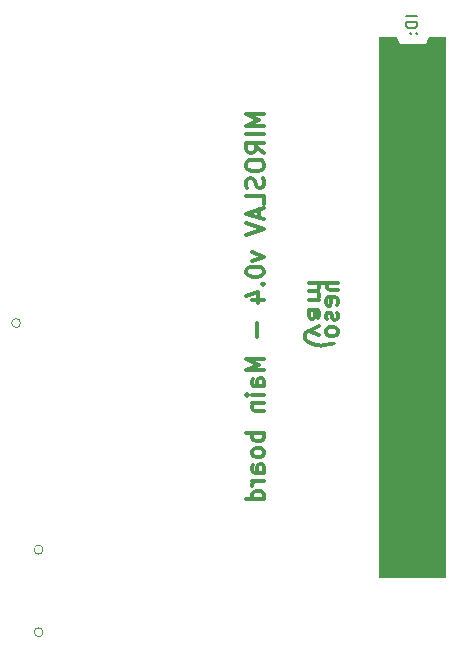
<source format=gbo>
%TF.GenerationSoftware,KiCad,Pcbnew,5.1.10*%
%TF.CreationDate,2021-12-13T09:12:43+01:00*%
%TF.ProjectId,main_board,6d61696e-5f62-46f6-9172-642e6b696361,rev?*%
%TF.SameCoordinates,Original*%
%TF.FileFunction,Legend,Bot*%
%TF.FilePolarity,Positive*%
%FSLAX46Y46*%
G04 Gerber Fmt 4.6, Leading zero omitted, Abs format (unit mm)*
G04 Created by KiCad (PCBNEW 5.1.10) date 2021-12-13 09:12:43*
%MOMM*%
%LPD*%
G01*
G04 APERTURE LIST*
%ADD10C,0.300000*%
%ADD11C,0.150000*%
%ADD12C,0.100000*%
%ADD13C,0.120000*%
%ADD14O,1.700000X1.700000*%
%ADD15R,1.700000X1.700000*%
%ADD16C,1.397000*%
%ADD17O,2.000000X1.200000*%
%ADD18C,1.524000*%
G04 APERTURE END LIST*
D10*
X158037615Y-80265151D02*
X156737615Y-80265151D01*
X158037615Y-80908008D02*
X157356662Y-80908008D01*
X157232853Y-80836580D01*
X157170948Y-80693722D01*
X157170948Y-80479437D01*
X157232853Y-80336580D01*
X157294758Y-80265151D01*
X157970302Y-82151980D02*
X158041731Y-82009122D01*
X158041731Y-81723408D01*
X157970302Y-81580551D01*
X157827445Y-81509122D01*
X157256017Y-81509122D01*
X157113160Y-81580551D01*
X157041731Y-81723408D01*
X157041731Y-82009122D01*
X157113160Y-82151980D01*
X157256017Y-82223408D01*
X157398874Y-82223408D01*
X157541731Y-81509122D01*
X157970302Y-82794837D02*
X158041731Y-82937694D01*
X158041731Y-83223408D01*
X157970302Y-83366265D01*
X157827445Y-83437694D01*
X157756017Y-83437694D01*
X157613160Y-83366265D01*
X157541731Y-83223408D01*
X157541731Y-83009122D01*
X157470302Y-82866265D01*
X157327445Y-82794837D01*
X157256017Y-82794837D01*
X157113160Y-82866265D01*
X157041731Y-83009122D01*
X157041731Y-83223408D01*
X157113160Y-83366265D01*
X158041731Y-84294837D02*
X157970302Y-84151980D01*
X157898874Y-84080551D01*
X157756017Y-84009122D01*
X157327445Y-84009122D01*
X157184588Y-84080551D01*
X157113160Y-84151980D01*
X157041731Y-84294837D01*
X157041731Y-84509122D01*
X157113160Y-84651980D01*
X157184588Y-84723408D01*
X157327445Y-84794837D01*
X157756017Y-84794837D01*
X157898874Y-84723408D01*
X157970302Y-84651980D01*
X158041731Y-84509122D01*
X158041731Y-84294837D01*
X157988000Y-80264000D02*
X155602940Y-80264000D01*
X156475871Y-84717442D02*
X155609204Y-84312680D01*
X156475871Y-83907919D01*
X155609204Y-82531728D02*
X156290157Y-82531728D01*
X156413966Y-82612680D01*
X156475871Y-82774585D01*
X156475871Y-83098395D01*
X156413966Y-83260300D01*
X155671109Y-82531728D02*
X155609204Y-82693633D01*
X155609204Y-83098395D01*
X155671109Y-83260300D01*
X155794919Y-83341252D01*
X155918728Y-83341252D01*
X156042538Y-83260300D01*
X156104442Y-83098395D01*
X156104442Y-82693633D01*
X156166347Y-82531728D01*
X155609204Y-81722204D02*
X156475871Y-81722204D01*
X156352061Y-81722204D02*
X156413966Y-81641252D01*
X156475871Y-81479347D01*
X156475871Y-81236490D01*
X156413966Y-81074585D01*
X156290157Y-80993633D01*
X155609204Y-80993633D01*
X156290157Y-80993633D02*
X156413966Y-80912680D01*
X156475871Y-80750776D01*
X156475871Y-80507919D01*
X156413966Y-80346014D01*
X156290157Y-80265061D01*
X155609204Y-80265061D01*
X155564840Y-85298280D02*
G75*
G03*
X157707123Y-85396668I1172004J2146971D01*
G01*
X155600842Y-84333816D02*
G75*
G03*
X155528232Y-85275955I136718J-484404D01*
G01*
D11*
X164790380Y-57681904D02*
X163790380Y-57681904D01*
X164790380Y-58158095D02*
X163790380Y-58158095D01*
X163790380Y-58396190D01*
X163838000Y-58539047D01*
X163933238Y-58634285D01*
X164028476Y-58681904D01*
X164218952Y-58729523D01*
X164361809Y-58729523D01*
X164552285Y-58681904D01*
X164647523Y-58634285D01*
X164742761Y-58539047D01*
X164790380Y-58396190D01*
X164790380Y-58158095D01*
X164695142Y-59158095D02*
X164742761Y-59205714D01*
X164790380Y-59158095D01*
X164742761Y-59110476D01*
X164695142Y-59158095D01*
X164790380Y-59158095D01*
X164171333Y-59158095D02*
X164218952Y-59205714D01*
X164266571Y-59158095D01*
X164218952Y-59110476D01*
X164171333Y-59158095D01*
X164266571Y-59158095D01*
D12*
G36*
X163195000Y-60073720D02*
G01*
X165481000Y-60073720D01*
X165735000Y-59438720D01*
X167132000Y-59438720D01*
X167132000Y-105158720D01*
X161544000Y-105158720D01*
X161544000Y-59438720D01*
X162941000Y-59438720D01*
X163195000Y-60073720D01*
G37*
X163195000Y-60073720D02*
X165481000Y-60073720D01*
X165735000Y-59438720D01*
X167132000Y-59438720D01*
X167132000Y-105158720D01*
X161544000Y-105158720D01*
X161544000Y-59438720D01*
X162941000Y-59438720D01*
X163195000Y-60073720D01*
D10*
X151808571Y-65974571D02*
X150308571Y-65974571D01*
X151380000Y-66474571D01*
X150308571Y-66974571D01*
X151808571Y-66974571D01*
X151808571Y-67688857D02*
X150308571Y-67688857D01*
X151808571Y-69260285D02*
X151094285Y-68760285D01*
X151808571Y-68403142D02*
X150308571Y-68403142D01*
X150308571Y-68974571D01*
X150380000Y-69117428D01*
X150451428Y-69188857D01*
X150594285Y-69260285D01*
X150808571Y-69260285D01*
X150951428Y-69188857D01*
X151022857Y-69117428D01*
X151094285Y-68974571D01*
X151094285Y-68403142D01*
X150308571Y-70188857D02*
X150308571Y-70474571D01*
X150380000Y-70617428D01*
X150522857Y-70760285D01*
X150808571Y-70831714D01*
X151308571Y-70831714D01*
X151594285Y-70760285D01*
X151737142Y-70617428D01*
X151808571Y-70474571D01*
X151808571Y-70188857D01*
X151737142Y-70046000D01*
X151594285Y-69903142D01*
X151308571Y-69831714D01*
X150808571Y-69831714D01*
X150522857Y-69903142D01*
X150380000Y-70046000D01*
X150308571Y-70188857D01*
X151737142Y-71403142D02*
X151808571Y-71617428D01*
X151808571Y-71974571D01*
X151737142Y-72117428D01*
X151665714Y-72188857D01*
X151522857Y-72260285D01*
X151380000Y-72260285D01*
X151237142Y-72188857D01*
X151165714Y-72117428D01*
X151094285Y-71974571D01*
X151022857Y-71688857D01*
X150951428Y-71546000D01*
X150880000Y-71474571D01*
X150737142Y-71403142D01*
X150594285Y-71403142D01*
X150451428Y-71474571D01*
X150380000Y-71546000D01*
X150308571Y-71688857D01*
X150308571Y-72046000D01*
X150380000Y-72260285D01*
X151808571Y-73617428D02*
X151808571Y-72903142D01*
X150308571Y-72903142D01*
X151380000Y-74046000D02*
X151380000Y-74760285D01*
X151808571Y-73903142D02*
X150308571Y-74403142D01*
X151808571Y-74903142D01*
X150308571Y-75188857D02*
X151808571Y-75688857D01*
X150308571Y-76188857D01*
X150808571Y-77688857D02*
X151808571Y-78046000D01*
X150808571Y-78403142D01*
X150308571Y-79260285D02*
X150308571Y-79403142D01*
X150380000Y-79546000D01*
X150451428Y-79617428D01*
X150594285Y-79688857D01*
X150880000Y-79760285D01*
X151237142Y-79760285D01*
X151522857Y-79688857D01*
X151665714Y-79617428D01*
X151737142Y-79546000D01*
X151808571Y-79403142D01*
X151808571Y-79260285D01*
X151737142Y-79117428D01*
X151665714Y-79046000D01*
X151522857Y-78974571D01*
X151237142Y-78903142D01*
X150880000Y-78903142D01*
X150594285Y-78974571D01*
X150451428Y-79046000D01*
X150380000Y-79117428D01*
X150308571Y-79260285D01*
X151665714Y-80403142D02*
X151737142Y-80474571D01*
X151808571Y-80403142D01*
X151737142Y-80331714D01*
X151665714Y-80403142D01*
X151808571Y-80403142D01*
X150808571Y-81760285D02*
X151808571Y-81760285D01*
X150237142Y-81403142D02*
X151308571Y-81046000D01*
X151308571Y-81974571D01*
X151237142Y-83688857D02*
X151237142Y-84831714D01*
X151808571Y-86688857D02*
X150308571Y-86688857D01*
X151380000Y-87188857D01*
X150308571Y-87688857D01*
X151808571Y-87688857D01*
X151808571Y-89046000D02*
X151022857Y-89046000D01*
X150880000Y-88974571D01*
X150808571Y-88831714D01*
X150808571Y-88546000D01*
X150880000Y-88403142D01*
X151737142Y-89046000D02*
X151808571Y-88903142D01*
X151808571Y-88546000D01*
X151737142Y-88403142D01*
X151594285Y-88331714D01*
X151451428Y-88331714D01*
X151308571Y-88403142D01*
X151237142Y-88546000D01*
X151237142Y-88903142D01*
X151165714Y-89046000D01*
X151808571Y-89760285D02*
X150808571Y-89760285D01*
X150308571Y-89760285D02*
X150380000Y-89688857D01*
X150451428Y-89760285D01*
X150380000Y-89831714D01*
X150308571Y-89760285D01*
X150451428Y-89760285D01*
X150808571Y-90474571D02*
X151808571Y-90474571D01*
X150951428Y-90474571D02*
X150880000Y-90546000D01*
X150808571Y-90688857D01*
X150808571Y-90903142D01*
X150880000Y-91046000D01*
X151022857Y-91117428D01*
X151808571Y-91117428D01*
X151808571Y-92974571D02*
X150308571Y-92974571D01*
X150880000Y-92974571D02*
X150808571Y-93117428D01*
X150808571Y-93403142D01*
X150880000Y-93546000D01*
X150951428Y-93617428D01*
X151094285Y-93688857D01*
X151522857Y-93688857D01*
X151665714Y-93617428D01*
X151737142Y-93546000D01*
X151808571Y-93403142D01*
X151808571Y-93117428D01*
X151737142Y-92974571D01*
X151808571Y-94546000D02*
X151737142Y-94403142D01*
X151665714Y-94331714D01*
X151522857Y-94260285D01*
X151094285Y-94260285D01*
X150951428Y-94331714D01*
X150880000Y-94403142D01*
X150808571Y-94546000D01*
X150808571Y-94760285D01*
X150880000Y-94903142D01*
X150951428Y-94974571D01*
X151094285Y-95046000D01*
X151522857Y-95046000D01*
X151665714Y-94974571D01*
X151737142Y-94903142D01*
X151808571Y-94760285D01*
X151808571Y-94546000D01*
X151808571Y-96331714D02*
X151022857Y-96331714D01*
X150880000Y-96260285D01*
X150808571Y-96117428D01*
X150808571Y-95831714D01*
X150880000Y-95688857D01*
X151737142Y-96331714D02*
X151808571Y-96188857D01*
X151808571Y-95831714D01*
X151737142Y-95688857D01*
X151594285Y-95617428D01*
X151451428Y-95617428D01*
X151308571Y-95688857D01*
X151237142Y-95831714D01*
X151237142Y-96188857D01*
X151165714Y-96331714D01*
X151808571Y-97046000D02*
X150808571Y-97046000D01*
X151094285Y-97046000D02*
X150951428Y-97117428D01*
X150880000Y-97188857D01*
X150808571Y-97331714D01*
X150808571Y-97474571D01*
X151808571Y-98617428D02*
X150308571Y-98617428D01*
X151737142Y-98617428D02*
X151808571Y-98474571D01*
X151808571Y-98188857D01*
X151737142Y-98046000D01*
X151665714Y-97974571D01*
X151522857Y-97903142D01*
X151094285Y-97903142D01*
X150951428Y-97974571D01*
X150880000Y-98046000D01*
X150808571Y-98188857D01*
X150808571Y-98474571D01*
X150880000Y-98617428D01*
D13*
X133096000Y-102870000D02*
G75*
G03*
X133096000Y-102870000I-381000J0D01*
G01*
X133096000Y-109855000D02*
G75*
G03*
X133096000Y-109855000I-381000J0D01*
G01*
X131191000Y-83674999D02*
G75*
G03*
X131191000Y-83674999I-381000J0D01*
G01*
%LPC*%
D14*
X159385000Y-111125000D03*
X161925000Y-111125000D03*
X164465000Y-111125000D03*
X167005000Y-111125000D03*
D15*
X169545000Y-111125000D03*
D16*
X133350001Y-59690000D03*
X131349999Y-59690000D03*
X134620000Y-74199998D03*
X134620000Y-76200000D03*
X134620000Y-67214998D03*
X134620000Y-69215000D03*
X140208001Y-59690000D03*
X138207999Y-59690000D03*
G36*
G01*
X169483680Y-56552720D02*
X170883680Y-56552720D01*
G75*
G02*
X171183680Y-56852720I0J-300000D01*
G01*
X171183680Y-57452720D01*
G75*
G02*
X170883680Y-57752720I-300000J0D01*
G01*
X169483680Y-57752720D01*
G75*
G02*
X169183680Y-57452720I0J300000D01*
G01*
X169183680Y-56852720D01*
G75*
G02*
X169483680Y-56552720I300000J0D01*
G01*
G37*
D17*
X170183680Y-59692720D03*
X170183680Y-62232720D03*
X170183680Y-64772720D03*
X170183680Y-67312720D03*
X170183680Y-69852720D03*
X170183680Y-72392720D03*
X170183680Y-74932720D03*
X170183680Y-77472720D03*
X170183680Y-80012720D03*
X170183680Y-82552720D03*
X170183680Y-85092720D03*
X170183680Y-87632720D03*
X170183680Y-90172720D03*
X170183680Y-92712720D03*
X170183680Y-95252720D03*
X170183680Y-97792720D03*
X170183680Y-100332720D03*
X170183680Y-102872720D03*
X170183680Y-105412720D03*
X170183680Y-107952720D03*
G36*
G01*
X144083680Y-107352720D02*
X145483680Y-107352720D01*
G75*
G02*
X145783680Y-107652720I0J-300000D01*
G01*
X145783680Y-108252720D01*
G75*
G02*
X145483680Y-108552720I-300000J0D01*
G01*
X144083680Y-108552720D01*
G75*
G02*
X143783680Y-108252720I0J300000D01*
G01*
X143783680Y-107652720D01*
G75*
G02*
X144083680Y-107352720I300000J0D01*
G01*
G37*
X144783680Y-105412720D03*
X144783680Y-102872720D03*
X144783680Y-100332720D03*
X144783680Y-97792720D03*
X144783680Y-95252720D03*
X144783680Y-92712720D03*
X144783680Y-90172720D03*
X144783680Y-87632720D03*
X144783680Y-85092720D03*
X144783680Y-82552720D03*
X144783680Y-80012720D03*
X144783680Y-77472720D03*
X144783680Y-74932720D03*
X144783680Y-72392720D03*
X144783680Y-69852720D03*
X144783680Y-67312720D03*
X144783680Y-64772720D03*
X144783680Y-62232720D03*
X144783680Y-59692720D03*
X144783680Y-57152720D03*
D18*
X132715000Y-100965000D03*
X134765001Y-100965000D03*
X136814999Y-100965000D03*
X138865000Y-100965000D03*
X132715000Y-107950000D03*
X134765001Y-107950000D03*
X136814999Y-107950000D03*
X138865000Y-107950000D03*
D14*
X146685000Y-111125000D03*
X149225000Y-111125000D03*
X151765000Y-111125000D03*
D15*
X154305000Y-111125000D03*
D18*
X132715000Y-83674999D03*
X132715000Y-85725000D03*
X132715000Y-87774998D03*
X132715000Y-89824999D03*
M02*

</source>
